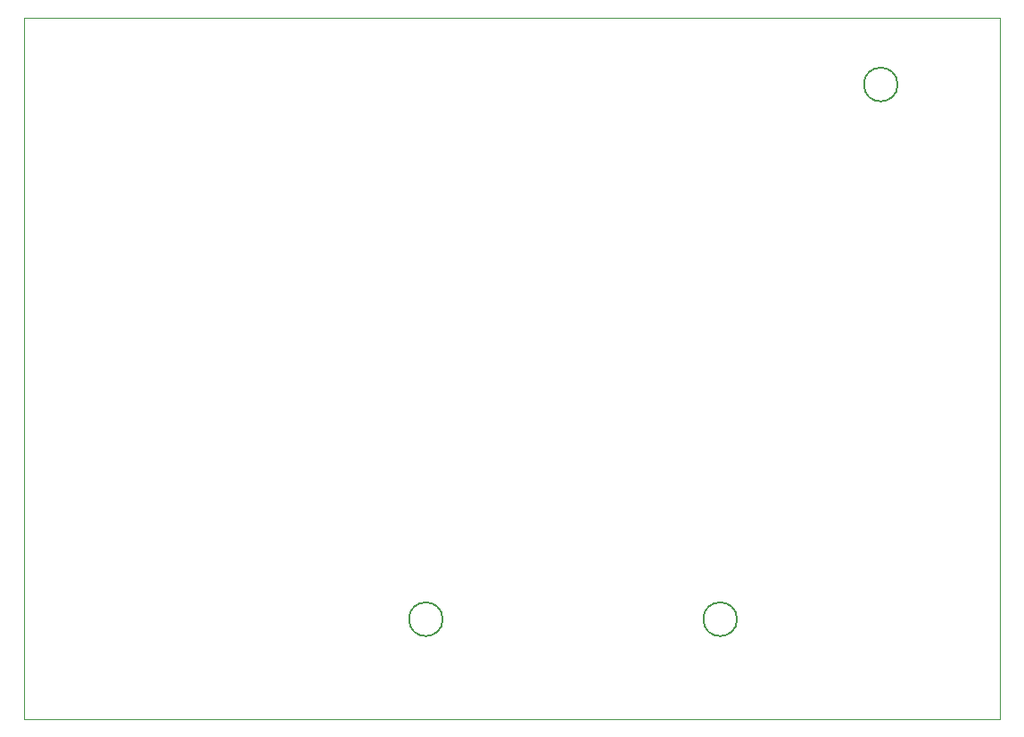
<source format=gm1>
G04*
G04 #@! TF.GenerationSoftware,Altium Limited,Altium Designer,22.4.2 (48)*
G04*
G04 Layer_Color=16711935*
%FSLAX25Y25*%
%MOIN*%
G70*
G04*
G04 #@! TF.SameCoordinates,BB4B1E32-F115-428D-8FF9-27E3AA0A464A*
G04*
G04*
G04 #@! TF.FilePolarity,Positive*
G04*
G01*
G75*
%ADD14C,0.00500*%
%ADD39C,0.00004*%
D14*
X266299Y37500D02*
G03*
X266299Y37500I-6299J0D01*
G01*
X156299D02*
G03*
X156299Y37500I-6299J0D01*
G01*
X326299Y237500D02*
G03*
X326299Y237500I-6299J0D01*
G01*
D39*
X0Y0D02*
Y262500D01*
X364500D01*
Y0D02*
Y262500D01*
X0Y0D02*
X364500D01*
X0D02*
Y262500D01*
X364500D01*
Y0D02*
Y262500D01*
X0Y0D02*
X364500D01*
M02*

</source>
